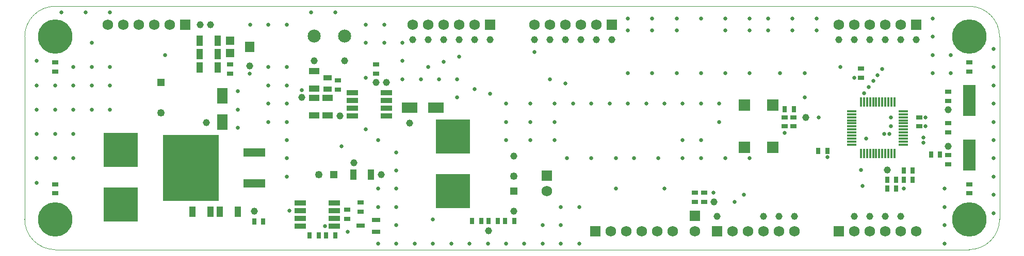
<source format=gts>
G04*
G04 #@! TF.GenerationSoftware,Altium Limited,Altium Designer,23.8.1 (32)*
G04*
G04 Layer_Color=8388736*
%FSAX44Y44*%
%MOMM*%
G71*
G04*
G04 #@! TF.SameCoordinates,78110BDE-5C4C-41F2-AE8D-2B4B6642ACCE*
G04*
G04*
G04 #@! TF.FilePolarity,Negative*
G04*
G01*
G75*
%ADD70C,0.1000*%
%ADD89R,1.0500X0.7500*%
%ADD90R,1.3500X1.3500*%
%ADD91R,1.6500X1.7500*%
%ADD92R,1.0500X1.7500*%
%ADD93R,0.7500X1.0500*%
%ADD94R,3.5790X1.4070*%
%ADD95R,9.1670X10.8180*%
%ADD96R,1.7000X2.5000*%
%ADD97R,1.3500X0.7500*%
%ADD98R,5.5500X5.5500*%
%ADD99C,1.1500*%
%ADD100R,1.9500X0.8500*%
%ADD101R,2.1500X5.1500*%
%ADD102R,1.6250X0.4500*%
%ADD103R,0.4500X1.6250*%
%ADD104R,2.5000X1.7000*%
%ADD105R,1.7500X1.0500*%
%ADD106R,1.4500X0.8500*%
%ADD107C,2.1500*%
%ADD108C,1.2500*%
%ADD109R,1.2500X1.2500*%
%ADD110R,1.2500X1.2500*%
%ADD111R,1.7500X1.7500*%
%ADD112C,1.7500*%
%ADD113R,1.8750X1.8750*%
%ADD114R,1.7500X1.7500*%
%ADD115C,5.6500*%
%ADD116C,0.6500*%
D70*
X01300000Y01850000D02*
G03*
X01350000Y01800000I00050000J00000000D01*
G01*
X02850000D02*
G03*
X02900000Y01850000I00000000J00050000D01*
G01*
X01350000Y02200000D02*
G03*
X01300000Y02150000I00000000J-00050000D01*
G01*
X02900000D02*
G03*
X02850000Y02200000I-00050000J00000000D01*
G01*
X01350000D02*
X02850000Y02200000D01*
X01300000Y01850000D02*
X01300000Y02150000D01*
X01350000Y01800000D02*
X02850000Y01800000D01*
X02900000Y02150000D02*
X02900000Y01850000D01*
D89*
X01637000Y02089500D02*
D03*
Y02104500D02*
D03*
X01851000Y01862500D02*
D03*
Y01877500D02*
D03*
X01829000Y01850500D02*
D03*
Y01865500D02*
D03*
X02816000Y02007500D02*
D03*
Y01992500D02*
D03*
X02400000Y01893500D02*
D03*
Y01878500D02*
D03*
X02415000Y01893500D02*
D03*
Y01878500D02*
D03*
X02816000Y02059500D02*
D03*
Y02044500D02*
D03*
Y01940500D02*
D03*
Y01955500D02*
D03*
X02562000Y02002500D02*
D03*
Y02017500D02*
D03*
X02547000Y02002500D02*
D03*
Y02017500D02*
D03*
X02672500Y02097500D02*
D03*
Y02082500D02*
D03*
X02768000Y02002500D02*
D03*
Y02017500D02*
D03*
X01350000Y01892500D02*
D03*
Y01907500D02*
D03*
X02850000Y02107500D02*
D03*
Y02092500D02*
D03*
Y01892500D02*
D03*
Y01907500D02*
D03*
X01350000Y02107500D02*
D03*
Y02092500D02*
D03*
X01877000Y02104500D02*
D03*
Y02089500D02*
D03*
X01814000Y02078000D02*
D03*
Y02063000D02*
D03*
D90*
X01637000Y02143000D02*
D03*
Y02123000D02*
D03*
D91*
X01669500Y02133000D02*
D03*
D92*
X01868500Y01923000D02*
D03*
X01839500D02*
D03*
X01616500Y02099000D02*
D03*
X01587500D02*
D03*
X01616500Y02121000D02*
D03*
X01587500D02*
D03*
X01616500Y02143000D02*
D03*
X01587500D02*
D03*
X01649500Y01862500D02*
D03*
X01620500D02*
D03*
X01604500D02*
D03*
X01575500D02*
D03*
D93*
X01809500Y01823000D02*
D03*
X01794500D02*
D03*
X01782500D02*
D03*
X01767500D02*
D03*
X01691500Y01846000D02*
D03*
X01676500D02*
D03*
X02787500Y01956000D02*
D03*
X02802500D02*
D03*
X02730500Y01915000D02*
D03*
X02715500D02*
D03*
Y01900000D02*
D03*
X02730500D02*
D03*
X02547500Y02031000D02*
D03*
X02562500D02*
D03*
X02602500Y01962500D02*
D03*
X02617500D02*
D03*
X02757500Y01930000D02*
D03*
X02742500D02*
D03*
X02757500Y01915000D02*
D03*
X02742500D02*
D03*
X02103500Y01847000D02*
D03*
X02088500D02*
D03*
X02076500D02*
D03*
X02061500D02*
D03*
X02049500D02*
D03*
X02034500D02*
D03*
D94*
X01676820Y01908600D02*
D03*
Y01959400D02*
D03*
D95*
X01573000Y01934000D02*
D03*
D96*
X01624000Y02052500D02*
D03*
Y02009500D02*
D03*
D97*
X01877000Y01848500D02*
D03*
Y01829500D02*
D03*
X01851000Y01839000D02*
D03*
D98*
X01458000Y01964000D02*
D03*
Y01874000D02*
D03*
X02003000Y01986000D02*
D03*
Y01896000D02*
D03*
D99*
X01987300Y02145000D02*
D03*
X01588000Y02170000D02*
D03*
X01598000Y02009000D02*
D03*
X01605000Y02170000D02*
D03*
X01677000Y01863000D02*
D03*
X01669500Y02102000D02*
D03*
X01885000Y01923000D02*
D03*
X01840000Y01943000D02*
D03*
X01461900Y02170000D02*
D03*
X02582000Y02017500D02*
D03*
X02061000Y01831000D02*
D03*
X02431000Y01878500D02*
D03*
X02763500Y02145000D02*
D03*
X02738100D02*
D03*
X02712700D02*
D03*
X02687300D02*
D03*
X02661900D02*
D03*
X02636500D02*
D03*
X02512700Y01855000D02*
D03*
X02538100D02*
D03*
X02436500D02*
D03*
X02563500D02*
D03*
X01936500Y02145000D02*
D03*
X02136500D02*
D03*
X02661900Y01855000D02*
D03*
X02687300D02*
D03*
X02712700D02*
D03*
X02738100D02*
D03*
X02063500Y02145000D02*
D03*
X02038100D02*
D03*
X02012700D02*
D03*
X01961900D02*
D03*
X02263500D02*
D03*
X02238100D02*
D03*
X02715500Y01930750D02*
D03*
X02212700Y02145000D02*
D03*
X02187300D02*
D03*
X02816000Y01970000D02*
D03*
X02161900Y02145000D02*
D03*
X02816000Y02030000D02*
D03*
X01817000Y02020000D02*
D03*
X01932000Y02008000D02*
D03*
X01755000Y02050000D02*
D03*
X01775000Y02110000D02*
D03*
X01877000Y02075000D02*
D03*
X01825000Y02110000D02*
D03*
X01894000Y02075000D02*
D03*
X02103000Y01863000D02*
D03*
Y01954000D02*
D03*
D100*
X01752000Y01864350D02*
D03*
X01808000D02*
D03*
X01752000Y01877050D02*
D03*
X01808000D02*
D03*
X01752000Y01851650D02*
D03*
X01808000D02*
D03*
X01752000Y01838950D02*
D03*
X01808000D02*
D03*
X01894000Y02032650D02*
D03*
X01838000D02*
D03*
X01894000Y02019950D02*
D03*
X01838000D02*
D03*
X01894000Y02045350D02*
D03*
X01838000D02*
D03*
X01894000Y02058050D02*
D03*
X01838000D02*
D03*
D101*
X02850000Y02045000D02*
D03*
Y01955000D02*
D03*
D102*
X02742380Y01972500D02*
D03*
Y01977500D02*
D03*
Y01982500D02*
D03*
Y01987500D02*
D03*
Y01992500D02*
D03*
Y01997500D02*
D03*
Y02002500D02*
D03*
Y02007500D02*
D03*
Y02012500D02*
D03*
Y02017500D02*
D03*
Y02022500D02*
D03*
Y02027500D02*
D03*
X02657620D02*
D03*
Y02022500D02*
D03*
Y02017500D02*
D03*
Y02012500D02*
D03*
Y02007500D02*
D03*
Y02002500D02*
D03*
Y01997500D02*
D03*
Y01992500D02*
D03*
Y01987500D02*
D03*
Y01982500D02*
D03*
Y01977500D02*
D03*
Y01972500D02*
D03*
D103*
X02727500Y02042380D02*
D03*
X02722500D02*
D03*
X02717500D02*
D03*
X02712500D02*
D03*
X02707500D02*
D03*
X02702500D02*
D03*
X02697500D02*
D03*
X02692500D02*
D03*
X02687500D02*
D03*
X02682500D02*
D03*
X02677500D02*
D03*
X02672500D02*
D03*
Y01957620D02*
D03*
X02677500D02*
D03*
X02682500D02*
D03*
X02687500D02*
D03*
X02692500D02*
D03*
X02697500D02*
D03*
X02702500D02*
D03*
X02707500D02*
D03*
X02712500D02*
D03*
X02717500D02*
D03*
X02722500D02*
D03*
X02727500D02*
D03*
D104*
X01932000Y02033000D02*
D03*
X01975000D02*
D03*
D105*
X01775000Y02020500D02*
D03*
Y02049500D02*
D03*
X01797000Y02020500D02*
D03*
Y02049500D02*
D03*
X01775000Y02093500D02*
D03*
Y02064500D02*
D03*
D106*
X01797000Y02082500D02*
D03*
Y02063500D02*
D03*
D107*
X01825000Y02151000D02*
D03*
X01775000D02*
D03*
D108*
X01782500Y01923000D02*
D03*
X01524000Y02025000D02*
D03*
X02103000Y01921000D02*
D03*
D109*
X01807500Y01923000D02*
D03*
D110*
X01524000Y02075000D02*
D03*
X02103000Y01896000D02*
D03*
D111*
X02400000Y01855700D02*
D03*
X02157000Y01921400D02*
D03*
D112*
X02400000Y01830300D02*
D03*
X02563500Y01830000D02*
D03*
X02538100D02*
D03*
X02512700D02*
D03*
X02487300D02*
D03*
X02461900D02*
D03*
X02363500D02*
D03*
X02338100D02*
D03*
X02312700D02*
D03*
X02287300D02*
D03*
X02261900D02*
D03*
X02763500D02*
D03*
X02738100D02*
D03*
X02712700D02*
D03*
X02687300D02*
D03*
X02661900D02*
D03*
X02136500Y02170000D02*
D03*
X02161900D02*
D03*
X02187300D02*
D03*
X02212700D02*
D03*
X02238100D02*
D03*
X01436500D02*
D03*
X01461900D02*
D03*
X01487300D02*
D03*
X01512700D02*
D03*
X01538100D02*
D03*
X01936500D02*
D03*
X01961900D02*
D03*
X01987300D02*
D03*
X02012700D02*
D03*
X02038100D02*
D03*
X02636500D02*
D03*
X02661900D02*
D03*
X02687300D02*
D03*
X02712700D02*
D03*
X02738100D02*
D03*
X02157000Y01896000D02*
D03*
D113*
X02527413Y02037815D02*
D03*
Y01968501D02*
D03*
X02480817D02*
D03*
Y02037815D02*
D03*
D114*
X02436500Y01830000D02*
D03*
X02236500D02*
D03*
X02636500D02*
D03*
X02263500Y02170000D02*
D03*
X01563500D02*
D03*
X02063500D02*
D03*
X02763500D02*
D03*
D115*
X01350000Y01850000D02*
D03*
X02850000Y02150000D02*
D03*
Y01850000D02*
D03*
X01350000Y02150000D02*
D03*
D116*
X01530000Y02120000D02*
D03*
X01670000Y02170000D02*
D03*
X01700000D02*
D03*
X01730000D02*
D03*
X01820000Y01970000D02*
D03*
X01880000Y01980000D02*
D03*
X01970000Y01850000D02*
D03*
X02150000Y01840000D02*
D03*
X02210000Y01870000D02*
D03*
X02180000D02*
D03*
Y01840000D02*
D03*
X02270000Y01900000D02*
D03*
X02350000D02*
D03*
X02480000Y01890000D02*
D03*
X02810000Y01870000D02*
D03*
Y01900000D02*
D03*
Y01810000D02*
D03*
Y01840000D02*
D03*
X02890000Y01890000D02*
D03*
Y01860000D02*
D03*
Y01950000D02*
D03*
Y01920000D02*
D03*
Y02010000D02*
D03*
Y01980000D02*
D03*
Y02070000D02*
D03*
Y02040000D02*
D03*
Y02130000D02*
D03*
Y02100000D02*
D03*
X02790000Y02150000D02*
D03*
Y02180000D02*
D03*
X02820000Y02090000D02*
D03*
Y02120000D02*
D03*
X02790000Y02090000D02*
D03*
Y02120000D02*
D03*
X02580000Y02050000D02*
D03*
X02410000Y01980000D02*
D03*
X02380000D02*
D03*
X01890000Y02170000D02*
D03*
X01860000D02*
D03*
X01890000Y02140000D02*
D03*
X01860000D02*
D03*
X01920000Y02110000D02*
D03*
Y02140000D02*
D03*
Y02080000D02*
D03*
X01980000D02*
D03*
X01950000D02*
D03*
X02010000Y02050000D02*
D03*
Y02080000D02*
D03*
X01650000Y02060000D02*
D03*
Y02000000D02*
D03*
Y02030000D02*
D03*
X01700000Y02040000D02*
D03*
Y02010000D02*
D03*
Y02070000D02*
D03*
Y02100000D02*
D03*
X01730000Y02070000D02*
D03*
Y02100000D02*
D03*
Y01920000D02*
D03*
Y02010000D02*
D03*
Y02040000D02*
D03*
Y01950000D02*
D03*
Y01980000D02*
D03*
X01880000Y01870000D02*
D03*
Y01900000D02*
D03*
X01910000Y01960000D02*
D03*
Y01900000D02*
D03*
Y01930000D02*
D03*
X01910000Y01840000D02*
D03*
Y01870000D02*
D03*
Y01810000D02*
D03*
X01880000D02*
D03*
X01970000D02*
D03*
X01940000D02*
D03*
X02030000D02*
D03*
X02000000D02*
D03*
X02090000D02*
D03*
X02060000D02*
D03*
X02180000D02*
D03*
X02210000D02*
D03*
X02120000D02*
D03*
X02150000D02*
D03*
X02380000Y02040000D02*
D03*
X02410000D02*
D03*
X02320000D02*
D03*
X02350000D02*
D03*
X02260000D02*
D03*
X02290000D02*
D03*
X02230000D02*
D03*
X02200000D02*
D03*
X02440000Y02010000D02*
D03*
Y02040000D02*
D03*
X02410000Y01950000D02*
D03*
X02450000D02*
D03*
X02490000D02*
D03*
X02300000D02*
D03*
X02340000D02*
D03*
X02380000D02*
D03*
X02190000D02*
D03*
X02230000D02*
D03*
X02270000D02*
D03*
X02090000Y01980000D02*
D03*
X02130000D02*
D03*
X02170000D02*
D03*
X02090000Y02010000D02*
D03*
X02130000D02*
D03*
X02170000D02*
D03*
X02090000Y02040000D02*
D03*
X02130000D02*
D03*
X02170000D02*
D03*
X02540000Y02090000D02*
D03*
X02580000D02*
D03*
X02410000D02*
D03*
X02450000D02*
D03*
X02490000D02*
D03*
X02290000D02*
D03*
X02330000D02*
D03*
X02370000D02*
D03*
X02290000Y02160000D02*
D03*
X02330000D02*
D03*
X02370000D02*
D03*
X02450000D02*
D03*
X02490000D02*
D03*
X02520000D02*
D03*
X02560000D02*
D03*
X02600000D02*
D03*
X02520000Y02180000D02*
D03*
X02560000D02*
D03*
X02600000D02*
D03*
X02410000D02*
D03*
X02450000D02*
D03*
X02490000D02*
D03*
X02290000D02*
D03*
X02330000D02*
D03*
X02370000D02*
D03*
X01770000Y02190000D02*
D03*
X01810000D02*
D03*
X01440000D02*
D03*
X01400000D02*
D03*
X01360000D02*
D03*
X01380000Y02100000D02*
D03*
X01410000Y02140000D02*
D03*
Y02100000D02*
D03*
X01440000D02*
D03*
X01410000Y02070000D02*
D03*
Y02030000D02*
D03*
X01440000Y02070000D02*
D03*
Y02030000D02*
D03*
X01380000Y01950000D02*
D03*
Y01990000D02*
D03*
Y02030000D02*
D03*
Y02070000D02*
D03*
X01350000Y01950000D02*
D03*
Y01990000D02*
D03*
Y02030000D02*
D03*
Y02070000D02*
D03*
X01320000Y01910000D02*
D03*
Y02110000D02*
D03*
Y02070000D02*
D03*
Y02030000D02*
D03*
Y01990000D02*
D03*
Y01950000D02*
D03*
X02547000Y01991750D02*
D03*
X02617500Y01951750D02*
D03*
X02430500Y01893250D02*
D03*
X02722000Y02017500D02*
D03*
Y02002500D02*
D03*
X02464750Y01878500D02*
D03*
X02674750Y01904750D02*
D03*
X02681250Y01982500D02*
D03*
X02672500Y01930750D02*
D03*
X02063500Y02056000D02*
D03*
X02038250Y02063500D02*
D03*
X02012750Y02116750D02*
D03*
X02710500Y01989990D02*
D03*
X02719500D02*
D03*
X02187250Y02073250D02*
D03*
X02136500Y02124750D02*
D03*
X02677500Y02057000D02*
D03*
X02161900Y02080000D02*
D03*
X02774750Y01975500D02*
D03*
Y01984500D02*
D03*
X02603000Y02017500D02*
D03*
X01961891Y02100553D02*
D03*
X02638500Y02100500D02*
D03*
X01987250Y02108250D02*
D03*
X02685000Y02067000D02*
D03*
X02692500Y02077000D02*
D03*
X02700000Y02087000D02*
D03*
X02707500Y02097000D02*
D03*
X02661750Y02082500D02*
D03*
X02778750Y02002500D02*
D03*
X02778750Y02017500D02*
D03*
X02742750Y01900000D02*
D03*
X01669500Y02089500D02*
D03*
X01830500Y01829500D02*
D03*
X01734050Y01864300D02*
D03*
X01793000Y01838500D02*
D03*
X01860000Y02082500D02*
D03*
Y01997500D02*
D03*
X01755000Y02062500D02*
D03*
M02*

</source>
